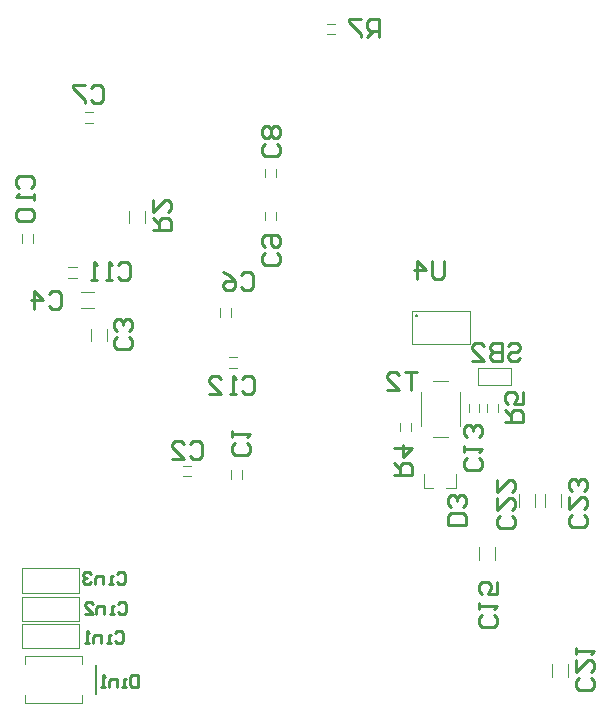
<source format=gbr>
%TF.GenerationSoftware,Altium Limited,Altium Designer,20.2.5 (213)*%
G04 Layer_Color=32896*
%FSLAX44Y44*%
%MOMM*%
%TF.SameCoordinates,3FE501F2-1E46-4B48-ABA6-5278C61F2325*%
%TF.FilePolarity,Positive*%
%TF.FileFunction,Legend,Bot*%
%TF.Part,Single*%
G01*
G75*
%TA.AperFunction,NonConductor*%
%ADD63C,0.2500*%
%ADD64C,0.1000*%
%ADD65C,0.2000*%
%ADD66C,0.2540*%
D63*
X430502Y375506D02*
G03*
X430502Y375506I-500J0D01*
G01*
X175164Y106332D02*
X176830Y107998D01*
X180162D01*
X181828Y106332D01*
Y99668D01*
X180162Y98002D01*
X176830D01*
X175164Y99668D01*
X171831Y98002D02*
X168499D01*
X170165D01*
Y104666D01*
X171831D01*
X163501Y98002D02*
Y104666D01*
X158502D01*
X156836Y103000D01*
Y98002D01*
X153504D02*
X150172D01*
X151838D01*
Y107998D01*
X153504Y106332D01*
X177830Y131332D02*
X179496Y132998D01*
X182828D01*
X184494Y131332D01*
Y124668D01*
X182828Y123002D01*
X179496D01*
X177830Y124668D01*
X174498Y123002D02*
X171165D01*
X172831D01*
Y129666D01*
X174498D01*
X166167Y123002D02*
Y129666D01*
X161168D01*
X159502Y128000D01*
Y123002D01*
X149506D02*
X156170D01*
X149506Y129666D01*
Y131332D01*
X151172Y132998D01*
X154504D01*
X156170Y131332D01*
X176830Y156332D02*
X178496Y157998D01*
X181828D01*
X183494Y156332D01*
Y149668D01*
X181828Y148002D01*
X178496D01*
X176830Y149668D01*
X173498Y148002D02*
X170165D01*
X171831D01*
Y154666D01*
X173498D01*
X165167Y148002D02*
Y154666D01*
X160168D01*
X158502Y153000D01*
Y148002D01*
X155170Y156332D02*
X153504Y157998D01*
X150172D01*
X148506Y156332D01*
Y154666D01*
X150172Y153000D01*
X151838D01*
X150172D01*
X148506Y151334D01*
Y149668D01*
X150172Y148002D01*
X153504D01*
X155170Y149668D01*
X194828Y70998D02*
Y61002D01*
X189830D01*
X188164Y62668D01*
Y69332D01*
X189830Y70998D01*
X194828D01*
X184831Y61002D02*
X181499D01*
X183165D01*
Y67666D01*
X184831D01*
X176501Y61002D02*
Y67666D01*
X171502D01*
X169836Y66000D01*
Y61002D01*
X166504D02*
X163172D01*
X164838D01*
Y70998D01*
X166504Y69332D01*
D64*
X146750Y382250D02*
X157250D01*
X146750Y395750D02*
X157250D01*
X273500Y237500D02*
Y244500D01*
X282500Y237500D02*
Y244500D01*
X510750Y317000D02*
Y331000D01*
X482750D02*
X510750D01*
X482750Y317000D02*
X510750D01*
X482750D02*
Y331000D01*
X474500Y293500D02*
Y300500D01*
X483500Y293500D02*
Y300500D01*
X98750Y47250D02*
Y54250D01*
Y80250D02*
Y87250D01*
X147250Y80250D02*
Y87250D01*
Y47250D02*
Y54250D01*
X98750Y87250D02*
X147250D01*
X98750Y47250D02*
X147250D01*
X354500Y613500D02*
X361500D01*
X354500Y622500D02*
X361500D01*
X168750Y353750D02*
Y364250D01*
X155250Y353750D02*
Y364250D01*
X187250Y453750D02*
Y464250D01*
X200750Y453750D02*
Y464250D01*
X416500Y277500D02*
Y284500D01*
X425500Y277500D02*
Y284500D01*
X490500Y293500D02*
Y300500D01*
X499500Y293500D02*
Y300500D01*
X436500Y229750D02*
X444750D01*
X455250D02*
X463500D01*
Y241500D01*
X436500Y229750D02*
Y241500D01*
X483250Y168750D02*
Y179250D01*
X496750Y168750D02*
Y179250D01*
X545250Y69750D02*
Y80250D01*
X558750Y69750D02*
Y80250D01*
X552750Y213750D02*
Y224250D01*
X539250Y213750D02*
Y224250D01*
X232700Y248500D02*
X239700D01*
X232700Y239500D02*
X239700D01*
X444000Y319750D02*
X457000D01*
X434000Y281750D02*
Y310750D01*
X444000Y272750D02*
X457000D01*
X467000Y281750D02*
Y310750D01*
X426502Y351006D02*
X475502D01*
Y379006D01*
X426502Y351006D02*
Y379006D01*
X475502D01*
X264500Y374500D02*
Y381500D01*
X273500Y374500D02*
Y381500D01*
X149500Y538500D02*
X156500D01*
X149500Y547500D02*
X156500D01*
X311500Y492500D02*
Y499500D01*
X302500Y492500D02*
Y499500D01*
Y456500D02*
Y463500D01*
X311500Y456500D02*
Y463500D01*
X96500Y437300D02*
Y444300D01*
X105500Y437300D02*
Y444300D01*
X135700Y407500D02*
X142700D01*
X135700Y416500D02*
X142700D01*
X271500Y340500D02*
X278500D01*
X271500Y331500D02*
X278500D01*
X517250Y213750D02*
Y224250D01*
X530750Y213750D02*
Y224250D01*
X96500Y141000D02*
X145000D01*
X96500Y161500D02*
X145000D01*
Y141000D02*
Y161500D01*
X96500Y149500D02*
Y161500D01*
Y141000D02*
Y149500D01*
X96250Y117000D02*
X144750D01*
X96250Y137500D02*
X144750D01*
Y117000D02*
Y137500D01*
X96250Y125500D02*
Y137500D01*
Y117000D02*
Y125500D01*
Y93750D02*
X144750D01*
X96250Y114250D02*
X144750D01*
Y93750D02*
Y114250D01*
X96250Y102250D02*
Y114250D01*
Y93750D02*
Y102250D01*
D65*
X159500Y55000D02*
Y79250D01*
D66*
X454010Y421355D02*
Y408659D01*
X451471Y406120D01*
X446392D01*
X443853Y408659D01*
Y421355D01*
X431157Y406120D02*
Y421355D01*
X438775Y413738D01*
X428618D01*
X430696Y327617D02*
X420539D01*
X425617D01*
Y312383D01*
X405304D02*
X415461D01*
X405304Y322539D01*
Y325078D01*
X407843Y327617D01*
X412922D01*
X415461Y325078D01*
X508157Y350078D02*
X510696Y352617D01*
X515774D01*
X518313Y350078D01*
Y347539D01*
X515774Y345000D01*
X510696D01*
X508157Y342461D01*
Y339922D01*
X510696Y337383D01*
X515774D01*
X518313Y339922D01*
X503078Y352617D02*
Y337383D01*
X495461D01*
X492922Y339922D01*
Y342461D01*
X495461Y345000D01*
X503078D01*
X495461D01*
X492922Y347539D01*
Y350078D01*
X495461Y352617D01*
X503078D01*
X477687Y337383D02*
X487843D01*
X477687Y347539D01*
Y350078D01*
X480226Y352617D01*
X485304D01*
X487843Y350078D01*
X398696Y611382D02*
Y626618D01*
X391078D01*
X388539Y624078D01*
Y619000D01*
X391078Y616461D01*
X398696D01*
X393618D02*
X388539Y611382D01*
X383461Y626618D02*
X373304D01*
Y624078D01*
X383461Y613922D01*
Y611382D01*
X505382Y285304D02*
X520617D01*
Y292922D01*
X518078Y295461D01*
X513000D01*
X510461Y292922D01*
Y285304D01*
Y290382D02*
X505382Y295461D01*
X520617Y310696D02*
Y300539D01*
X513000D01*
X515539Y305618D01*
Y308157D01*
X513000Y310696D01*
X507922D01*
X505382Y308157D01*
Y303078D01*
X507922Y300539D01*
X411382Y240304D02*
X426618D01*
Y247922D01*
X424078Y250461D01*
X419000D01*
X416461Y247922D01*
Y240304D01*
Y245382D02*
X411382Y250461D01*
Y263157D02*
X426618D01*
X419000Y255539D01*
Y265696D01*
X207382Y448304D02*
X222617D01*
Y455922D01*
X220078Y458461D01*
X215000D01*
X212461Y455922D01*
Y448304D01*
Y453382D02*
X207382Y458461D01*
Y473696D02*
Y463539D01*
X217539Y473696D01*
X220078D01*
X222617Y471157D01*
Y466078D01*
X220078Y463539D01*
X472617Y198304D02*
X457382D01*
Y205922D01*
X459922Y208461D01*
X470078D01*
X472617Y205922D01*
Y198304D01*
X470078Y213539D02*
X472617Y216078D01*
Y221157D01*
X470078Y223696D01*
X467539D01*
X465000Y221157D01*
Y218617D01*
Y221157D01*
X462461Y223696D01*
X459922D01*
X457382Y221157D01*
Y216078D01*
X459922Y213539D01*
X572078Y206843D02*
X574618Y204304D01*
Y199226D01*
X572078Y196687D01*
X561922D01*
X559383Y199226D01*
Y204304D01*
X561922Y206843D01*
X559383Y222078D02*
Y211922D01*
X569539Y222078D01*
X572078D01*
X574618Y219539D01*
Y214461D01*
X572078Y211922D01*
Y227157D02*
X574618Y229696D01*
Y234774D01*
X572078Y237313D01*
X569539D01*
X567000Y234774D01*
Y232235D01*
Y234774D01*
X564461Y237313D01*
X561922D01*
X559383Y234774D01*
Y229696D01*
X561922Y227157D01*
X511078Y205843D02*
X513618Y203304D01*
Y198226D01*
X511078Y195687D01*
X500922D01*
X498382Y198226D01*
Y203304D01*
X500922Y205843D01*
X498382Y221078D02*
Y210922D01*
X508539Y221078D01*
X511078D01*
X513618Y218539D01*
Y213461D01*
X511078Y210922D01*
X498382Y236313D02*
Y226157D01*
X508539Y236313D01*
X511078D01*
X513618Y233774D01*
Y228696D01*
X511078Y226157D01*
X578078Y68383D02*
X580617Y65843D01*
Y60765D01*
X578078Y58226D01*
X567922D01*
X565382Y60765D01*
Y65843D01*
X567922Y68383D01*
X565382Y83618D02*
Y73461D01*
X575539Y83618D01*
X578078D01*
X580617Y81078D01*
Y76000D01*
X578078Y73461D01*
X565382Y88696D02*
Y93774D01*
Y91235D01*
X580617D01*
X578078Y88696D01*
X496078Y122113D02*
X498618Y119574D01*
Y114495D01*
X496078Y111956D01*
X485922D01*
X483382Y114495D01*
Y119574D01*
X485922Y122113D01*
X483382Y127191D02*
Y132270D01*
Y129730D01*
X498618D01*
X496078Y127191D01*
X498618Y150044D02*
Y139887D01*
X491000D01*
X493539Y144965D01*
Y147505D01*
X491000Y150044D01*
X485922D01*
X483382Y147505D01*
Y142426D01*
X485922Y139887D01*
X483078Y255113D02*
X485617Y252574D01*
Y247495D01*
X483078Y244956D01*
X472922D01*
X470382Y247495D01*
Y252574D01*
X472922Y255113D01*
X470382Y260191D02*
Y265270D01*
Y262730D01*
X485617D01*
X483078Y260191D01*
Y272887D02*
X485617Y275426D01*
Y280505D01*
X483078Y283044D01*
X480539D01*
X478000Y280505D01*
Y277966D01*
Y280505D01*
X475461Y283044D01*
X472922D01*
X470382Y280505D01*
Y275426D01*
X472922Y272887D01*
X282887Y322078D02*
X285426Y324618D01*
X290505D01*
X293044Y322078D01*
Y311922D01*
X290505Y309382D01*
X285426D01*
X282887Y311922D01*
X277809Y309382D02*
X272730D01*
X275270D01*
Y324618D01*
X277809Y322078D01*
X254956Y309382D02*
X265113D01*
X254956Y319539D01*
Y322078D01*
X257495Y324618D01*
X262574D01*
X265113Y322078D01*
X177348Y418078D02*
X179887Y420617D01*
X184965D01*
X187505Y418078D01*
Y407922D01*
X184965Y405382D01*
X179887D01*
X177348Y407922D01*
X172270Y405382D02*
X167191D01*
X169730D01*
Y420617D01*
X172270Y418078D01*
X159574Y405382D02*
X154495D01*
X157035D01*
Y420617D01*
X159574Y418078D01*
X93922Y483687D02*
X91382Y486226D01*
Y491305D01*
X93922Y493844D01*
X104078D01*
X106617Y491305D01*
Y486226D01*
X104078Y483687D01*
X106617Y478609D02*
Y473530D01*
Y476070D01*
X91382D01*
X93922Y478609D01*
Y465913D02*
X91382Y463374D01*
Y458295D01*
X93922Y455756D01*
X104078D01*
X106617Y458295D01*
Y463374D01*
X104078Y465913D01*
X93922D01*
X312078Y428461D02*
X314618Y425922D01*
Y420843D01*
X312078Y418304D01*
X301922D01*
X299382Y420843D01*
Y425922D01*
X301922Y428461D01*
Y433539D02*
X299382Y436078D01*
Y441157D01*
X301922Y443696D01*
X312078D01*
X314618Y441157D01*
Y436078D01*
X312078Y433539D01*
X309539D01*
X307000Y436078D01*
Y443696D01*
X312078Y520461D02*
X314618Y517922D01*
Y512843D01*
X312078Y510304D01*
X301922D01*
X299382Y512843D01*
Y517922D01*
X301922Y520461D01*
X312078Y525539D02*
X314618Y528078D01*
Y533157D01*
X312078Y535696D01*
X309539D01*
X307000Y533157D01*
X304461Y535696D01*
X301922D01*
X299382Y533157D01*
Y528078D01*
X301922Y525539D01*
X304461D01*
X307000Y528078D01*
X309539Y525539D01*
X312078D01*
X307000Y528078D02*
Y533157D01*
X154539Y568078D02*
X157078Y570617D01*
X162157D01*
X164696Y568078D01*
Y557922D01*
X162157Y555382D01*
X157078D01*
X154539Y557922D01*
X149461Y570617D02*
X139304D01*
Y568078D01*
X149461Y557922D01*
Y555382D01*
X281815Y409598D02*
X284354Y412137D01*
X289433D01*
X291972Y409598D01*
Y399441D01*
X289433Y396902D01*
X284354D01*
X281815Y399441D01*
X266580Y412137D02*
X271659Y409598D01*
X276737Y404520D01*
Y399441D01*
X274198Y396902D01*
X269119D01*
X266580Y399441D01*
Y401980D01*
X269119Y404520D01*
X276737D01*
X119539Y394078D02*
X122078Y396618D01*
X127157D01*
X129696Y394078D01*
Y383922D01*
X127157Y381382D01*
X122078D01*
X119539Y383922D01*
X106843Y381382D02*
Y396618D01*
X114461Y389000D01*
X104304D01*
X187078Y357461D02*
X189618Y354922D01*
Y349843D01*
X187078Y347304D01*
X176922D01*
X174382Y349843D01*
Y354922D01*
X176922Y357461D01*
X187078Y362539D02*
X189618Y365078D01*
Y370157D01*
X187078Y372696D01*
X184539D01*
X182000Y370157D01*
Y367617D01*
Y370157D01*
X179461Y372696D01*
X176922D01*
X174382Y370157D01*
Y365078D01*
X176922Y362539D01*
X238539Y267078D02*
X241078Y269618D01*
X246157D01*
X248696Y267078D01*
Y256922D01*
X246157Y254382D01*
X241078D01*
X238539Y256922D01*
X223304Y254382D02*
X233461D01*
X223304Y264539D01*
Y267078D01*
X225843Y269618D01*
X230922D01*
X233461Y267078D01*
X287078Y268000D02*
X289618Y265461D01*
Y260382D01*
X287078Y257843D01*
X276922D01*
X274382Y260382D01*
Y265461D01*
X276922Y268000D01*
X274382Y273078D02*
Y278157D01*
Y275618D01*
X289618D01*
X287078Y273078D01*
%TF.MD5,baaf50687a3fe36c8e7736697b8d89c6*%
M02*

</source>
